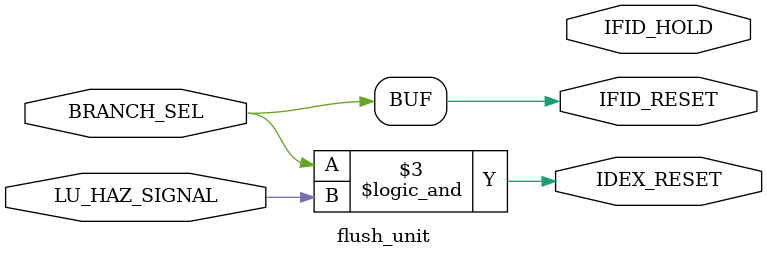
<source format=v>
module flush_unit(
    // inputs
    LU_HAZ_SIGNAL,
    BRANCH_SEL,
    // outputs
    IFID_HOLD,
    IFID_RESET,
    IDEX_RESET
);

    input LU_HAZ_SIGNAL, BRANCH_SEL;
    output IFID_HOLD, IFID_RESET, IDEX_RESET;

    // In case of a branh/jump, IF/ID PR must be reset
    // In case of a load use hazard, IF/ID PR must hold it's value
    // In case either a branch/jump or load use hazard occurs, ID/EX PR must be reset
    assign IFID_RESET = BRANCH_SEL;
    assign IDID_HOLD = !BRANCH_SEL && LU_HAZ_SIGNAL;
    assign IDEX_RESET = BRANCH_SEL && LU_HAZ_SIGNAL;

endmodule
</source>
